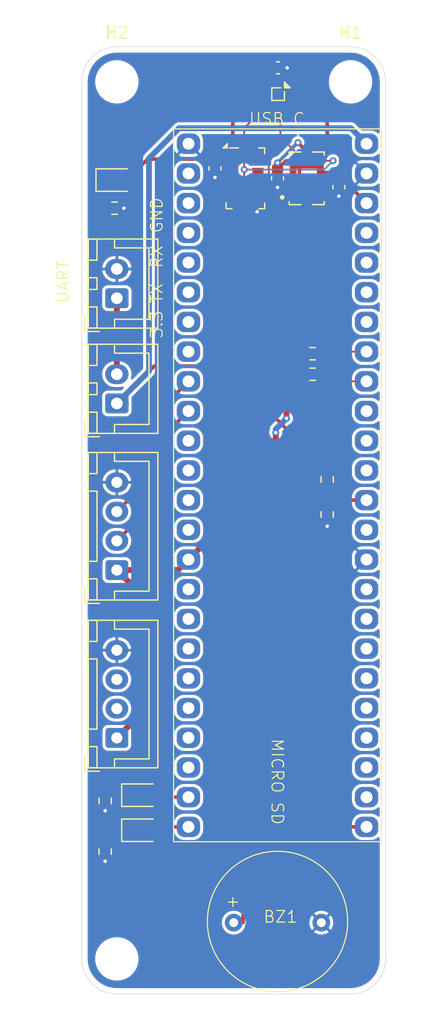
<source format=kicad_pcb>
(kicad_pcb (version 20241229) (generator "pcbnew") (generator_version "9.0")
  (layers (0 "F.Cu" signal) (2 "B.Cu" signal) (13 "F.Paste" user) (15 "B.Paste" user) (5 "F.SilkS" user "F.Silkscreen") (7 "B.SilkS" user "B.Silkscreen") (1 "F.Mask" user) (3 "B.Mask" user) (25 "Edge.Cuts" user))
  (net 0 "")
  (net 1 "GND")
  (net 2 "Net-(BZ1-+)")
  (net 3 "+3.3V")
  (net 4 "Net-(D1-A)")
  (net 5 "Net-(D1-K)")
  (net 6 "Net-(D2-A)")
  (net 7 "Net-(D2-K)")
  (net 8 "Net-(D3-K)")
  (net 9 "/V_BAT")
  (net 10 "Net-(J1-Pin_2)")
  (net 11 "/SCL")
  (net 12 "/SDA")
  (net 13 "/RX")
  (net 14 "/TX")
  (net 15 "Net-(Teensy4.1-A0)")
  (footprint "Resistor_SMD:R_0603_1608Metric" (layer "F.Cu") (at 106.75 65.249999 180)
    (property "Reference" "R1" (hide yes))
    (property "Value" "5k1")
    (fp_line (start -0.237258 0.5225) (end 0.237258 0.5225) (stroke (width 0.12)) (layer "F.SilkS"))
    (fp_line (start -0.237258 -0.5225) (end 0.237258 -0.5225) (stroke (width 0.12)) (layer "F.SilkS"))
    (pad "1" smd roundrect (at -0.825 0 180) (size 0.8 0.95) (layers "F.Cu" "F.Mask" "F.Paste") (net 11 "/SCL"))
    (pad "2" smd roundrect (at 0.825 0 180) (size 0.8 0.95) (layers "F.Cu" "F.Mask" "F.Paste") (net 3 "+3.3V"))
  )
  (footprint "Resistor_SMD:R_0603_1608Metric" (layer "F.Cu") (at 89 103.5 -90)
    (property "Reference" "R5" (hide yes))
    (property "Value" "560")
    (fp_line (start -0.237258 0.5225) (end 0.237258 0.5225) (stroke (width 0.12)) (layer "F.SilkS"))
    (fp_line (start -0.237258 -0.5225) (end 0.237258 -0.5225) (stroke (width 0.12)) (layer "F.SilkS"))
    (pad "1" smd roundrect (at -0.825 0 270) (size 0.8 0.95) (layers "F.Cu" "F.Mask" "F.Paste") (net 5 "Net-(D1-K)"))
    (pad "2" smd roundrect (at 0.825 0 270) (size 0.8 0.95) (layers "F.Cu" "F.Mask" "F.Paste") (net 1 "GND"))
  )
  (footprint "Capacitor_SMD:C_0603_1608Metric" (layer "F.Cu") (at 109 51 -90)
    (property "Reference" "C1" (hide yes))
    (property "Value" "100nF")
    (fp_line (start -0.140581 0.51) (end 0.140581 0.51) (stroke (width 0.12)) (layer "F.SilkS"))
    (fp_line (start -0.140581 -0.51) (end 0.140581 -0.51) (stroke (width 0.12)) (layer "F.SilkS"))
    (pad "1" smd roundrect (at -0.775 0 270) (size 0.9 0.95) (layers "F.Cu" "F.Mask" "F.Paste") (net 3 "+3.3V"))
    (pad "2" smd roundrect (at 0.775 0 270) (size 0.9 0.95) (layers "F.Cu" "F.Mask" "F.Paste") (net 1 "GND"))
  )
  (footprint "Connector_JST:JST_XH_B2B-XH-A_1x02_P2.50mm_Vertical" (layer "F.Cu") (at 90 60.5 90)
    (property "Reference" "J2" (hide yes))
    (property "Value" "BAT")
    (fp_line (start -1.6 -2.75) (end -2.85 -2.75) (stroke (width 0.12)) (layer "F.SilkS"))
    (fp_line (start -2.85 -2.75) (end -2.85 -1.5) (stroke (width 0.12)) (layer "F.SilkS"))
    (fp_line (start 5.06 -2.46) (end -2.56 -2.46) (stroke (width 0.12)) (layer "F.SilkS"))
    (fp_line (start -2.56 -2.46) (end -2.56 3.51) (stroke (width 0.12)) (layer "F.SilkS"))
    (fp_line (start 3.25 -2.450001) (end 3.250001 -1.7) (stroke (width 0.12)) (layer "F.SilkS"))
    (fp_line (start 0.75 -2.450001) (end 0.750001 -1.7) (stroke (width 0.12)) (layer "F.SilkS"))
    (fp_line (start -0.75 -2.450001) (end -2.55 -2.45) (stroke (width 0.12)) (layer "F.SilkS"))
    (fp_line (start 5.05 -2.45) (end 3.25 -2.450001) (stroke (width 0.12)) (layer "F.SilkS"))
    (fp_line (start 1.749999 -2.45) (end 0.75 -2.450001) (stroke (width 0.12)) (layer "F.SilkS"))
    (fp_line (start -2.55 -2.45) (end -2.55 -1.7) (stroke (width 0.12)) (layer "F.SilkS"))
    (fp_line (start 5.05 -1.7) (end 5.05 -2.45) (stroke (width 0.12)) (layer "F.SilkS"))
    (fp_line (start 3.250001 -1.7) (end 5.05 -1.7) (stroke (width 0.12)) (layer "F.SilkS"))
    (fp_line (start 1.749999 -1.7) (end 1.749999 -2.45) (stroke (width 0.12)) (layer "F.SilkS"))
    (fp_line (start 0.750001 -1.7) (end 1.749999 -1.7) (stroke (width 0.12)) (layer "F.SilkS"))
    (fp_line (start -0.750001 -1.7) (end -0.75 -2.450001) (stroke (width 0.12)) (layer "F.SilkS"))
    (fp_line (start -2.55 -1.7) (end -0.750001 -1.7) (stroke (width 0.12)) (layer "F.SilkS"))
    (fp_line (start 5.05 -0.2) (end 4.3 -0.2) (stroke (width 0.12)) (layer "F.SilkS"))
    (fp_line (start 4.3 -0.2) (end 4.3 2.75) (stroke (width 0.12)) (layer "F.SilkS"))
    (fp_line (start -1.8 -0.2) (end -1.8 2.75) (stroke (width 0.12)) (layer "F.SilkS"))
    (fp_line (start -2.55 -0.2) (end -1.8 -0.2) (stroke (width 0.12)) (layer "F.SilkS"))
    (fp_line (start 4.3 2.75) (end 1.25 2.75) (stroke (width 0.12)) (layer "F.SilkS"))
    (fp_line (start -1.8 2.75) (end 1.25 2.75) (stroke (width 0.12)) (layer "F.SilkS"))
    (fp_line (start 5.06 3.51) (end 5.06 -2.46) (stroke (width 0.12)) (layer "F.SilkS"))
    (fp_line (start -2.56 3.51) (end 5.06 3.51) (stroke (width 0.12)) (layer "F.SilkS"))
    (pad "1" thru_hole roundrect (at 0 0 90) (size 1.7 2) (drill 1) (layers "*.Cu" "*.Mask") (roundrect_rratio 0.147059) (net 10 "Net-(J1-Pin_2)"))
    (pad "2" thru_hole oval (at 2.5 0 90) (size 1.7 2) (drill 1) (layers "*.Cu" "*.Mask") (net 1 "GND"))
  )
  (footprint "Connector_JST:JST_XH_B4B-XH-A_1x04_P2.50mm_Vertical" (layer "F.Cu") (at 90 98.1 90)
    (property "Reference" "J3" (hide yes))
    (property "Value" "I2C")
    (fp_line (start -1.6 -2.75) (end -2.85 -2.75) (stroke (width 0.12)) (layer "F.SilkS"))
    (fp_line (start -2.85 -2.75) (end -2.85 -1.5) (stroke (width 0.12)) (layer "F.SilkS"))
    (fp_line (start 10.06 -2.46) (end -2.56 -2.46) (stroke (width 0.12)) (layer "F.SilkS"))
    (fp_line (start -2.56 -2.46) (end -2.56 3.51) (stroke (width 0.12)) (layer "F.SilkS"))
    (fp_line (start 8.25 -2.450001) (end 8.249999 -1.7) (stroke (width 0.12)) (layer "F.SilkS"))
    (fp_line (start 0.75 -2.450001) (end 0.750001 -1.7) (stroke (width 0.12)) (layer "F.SilkS"))
    (fp_line (start -0.75 -2.450001) (end -2.55 -2.45) (stroke (width 0.12)) (layer "F.SilkS"))
    (fp_line (start 10.05 -2.45) (end 8.25 -2.450001) (stroke (width 0.12)) (layer "F.SilkS"))
    (fp_line (start 6.75 -2.45) (end 0.75 -2.450001) (stroke (width 0.12)) (layer "F.SilkS"))
    (fp_line (start -2.55 -2.45) (end -2.55 -1.7) (stroke (width 0.12)) (layer "F.SilkS"))
    (fp_line (start 10.05 -1.7) (end 10.05 -2.45) (stroke (width 0.12)) (layer "F.SilkS"))
    (fp_line (start 8.249999 -1.7) (end 10.05 -1.7) (stroke (width 0.12)) (layer "F.SilkS"))
    (fp_line (start 6.75 -1.7) (end 6.75 -2.45) (stroke (width 0.12)) (layer "F.SilkS"))
    (fp_line (start 0.750001 -1.7) (end 6.75 -1.7) (stroke (width 0.12)) (layer "F.SilkS"))
    (fp_line (start -0.750001 -1.7) (end -0.75 -2.450001) (stroke (width 0.12)) (layer "F.SilkS"))
    (fp_line (start -2.55 -1.7) (end -0.750001 -1.7) (stroke (width 0.12)) (layer "F.SilkS"))
    (fp_line (start 10.05 -0.2) (end 9.3 -0.199999) (stroke (width 0.12)) (layer "F.SilkS"))
    (fp_line (start -1.8 -0.2) (end -1.8 2.75) (stroke (width 0.12)) (layer "F.SilkS"))
    (fp_line (start -2.55 -0.2) (end -1.8 -0.2) (stroke (width 0.12)) (layer "F.SilkS"))
    (fp_line (start 9.3 -0.199999) (end 9.3 2.75) (stroke (width 0.12)) (layer "F.SilkS"))
    (fp_line (start 9.3 2.75) (end 3.75 2.75) (stroke (width 0.12)) (layer "F.SilkS"))
    (fp_line (start -1.8 2.75) (end 3.75 2.75) (stroke (width 0.12)) (layer "F.SilkS"))
    (fp_line (start 10.06 3.51) (end 10.06 -2.46) (stroke (width 0.12)) (layer "F.SilkS"))
    (fp_line (start -2.56 3.51) (end 10.06 3.51) (stroke (width 0.12)) (layer "F.SilkS"))
    (pad "1" thru_hole roundrect (at 0 0 90) (size 1.7 1.95) (drill 0.95) (layers "*.Cu" "*.Mask") (roundrect_rratio 0.147059) (net 3 "+3.3V"))
    (pad "2" thru_hole oval (at 2.5 0 90) (size 1.7 1.95) (drill 0.95) (layers "*.Cu" "*.Mask") (net 12 "/SDA"))
    (pad "3" thru_hole oval (at 5 0 90) (size 1.7 1.95) (drill 0.95) (layers "*.Cu" "*.Mask") (net 11 "/SCL"))
    (pad "4" thru_hole oval (at 7.5 0 90) (size 1.7 1.95) (drill 0.95) (layers "*.Cu" "*.Mask") (net 1 "GND"))
  )
  (footprint "Resistor_SMD:R_0603_1608Metric" (layer "F.Cu") (at 89 107.825 -90)
    (property "Reference" "R6" (hide yes))
    (property "Value" "560")
    (fp_line (start -0.237258 0.5225) (end 0.237258 0.5225) (stroke (width 0.12)) (layer "F.SilkS"))
    (fp_line (start -0.237258 -0.5225) (end 0.237258 -0.5225) (stroke (width 0.12)) (layer "F.SilkS"))
    (pad "1" smd roundrect (at -0.825 0 270) (size 0.8 0.95) (layers "F.Cu" "F.Mask" "F.Paste") (net 7 "Net-(D2-K)"))
    (pad "2" smd roundrect (at 0.825 0 270) (size 0.8 0.95) (layers "F.Cu" "F.Mask" "F.Paste") (net 1 "GND"))
  )
  (footprint "Connector_JST:JST_XH_B2B-XH-A_1x02_P2.50mm_Vertical" (layer "F.Cu") (at 90 69.5 90)
    (property "Reference" "J1" (hide yes))
    (property "Value" "SW")
    (fp_line (start -1.6 -2.75) (end -2.85 -2.75) (stroke (width 0.12)) (layer "F.SilkS"))
    (fp_line (start -2.85 -2.75) (end -2.85 -1.5) (stroke (width 0.12)) (layer "F.SilkS"))
    (fp_line (start 5.06 -2.46) (end -2.56 -2.46) (stroke (width 0.12)) (layer "F.SilkS"))
    (fp_line (start -2.56 -2.46) (end -2.56 3.51) (stroke (width 0.12)) (layer "F.SilkS"))
    (fp_line (start 3.25 -2.450001) (end 3.250001 -1.7) (stroke (width 0.12)) (layer "F.SilkS"))
    (fp_line (start 0.75 -2.450001) (end 0.750001 -1.7) (stroke (width 0.12)) (layer "F.SilkS"))
    (fp_line (start -0.75 -2.450001) (end -2.55 -2.45) (stroke (width 0.12)) (layer "F.SilkS"))
    (fp_line (start 5.05 -2.45) (end 3.25 -2.450001) (stroke (width 0.12)) (layer "F.SilkS"))
    (fp_line (start 1.749999 -2.45) (end 0.75 -2.450001) (stroke (width 0.12)) (layer "F.SilkS"))
    (fp_line (start -2.55 -2.45) (end -2.55 -1.7) (stroke (width 0.12)) (layer "F.SilkS"))
    (fp_line (start 5.05 -1.7) (end 5.05 -2.45) (stroke (width 0.12)) (layer "F.SilkS"))
    (fp_line (start 3.250001 -1.7) (end 5.05 -1.7) (stroke (width 0.12)) (layer "F.SilkS"))
    (fp_line (start 1.749999 -1.7) (end 1.749999 -2.45) (stroke (width 0.12)) (layer "F.SilkS"))
    (fp_line (start 0.750001 -1.7) (end 1.749999 -1.7) (stroke (width 0.12)) (layer "F.SilkS"))
    (fp_line (start -0.750001 -1.7) (end -0.75 -2.450001) (stroke (width 0.12)) (layer "F.SilkS"))
    (fp_line (start -2.55 -1.7) (end -0.750001 -1.7) (stroke (width 0.12)) (layer "F.SilkS"))
    (fp_line (start 5.05 -0.2) (end 4.3 -0.2) (stroke (width 0.12)) (layer "F.SilkS"))
    (fp_line (start 4.3 -0.2) (end 4.3 2.75) (stroke (width 0.12)) (layer "F.SilkS"))
    (fp_line (start -1.8 -0.2) (end -1.8 2.75) (stroke (width 0.12)) (layer "F.SilkS"))
    (fp_line (start -2.55 -0.2) (end -1.8 -0.2) (stroke (width 0.12)) (layer "F.SilkS"))
    (fp_line (start 4.3 2.75) (end 1.25 2.75) (stroke (width 0.12)) (layer "F.SilkS"))
    (fp_line (start -1.8 2.75) (end 1.25 2.75) (stroke (width 0.12)) (layer "F.SilkS"))
    (fp_line (start 5.06 3.51) (end 5.06 -2.46) (stroke (width 0.12)) (layer "F.SilkS"))
    (fp_line (start -2.56 3.51) (end 5.06 3.51) (stroke (width 0.12)) (layer "F.SilkS"))
    (pad "1" thru_hole roundrect (at 0 0 90) (size 1.7 2) (drill 1) (layers "*.Cu" "*.Mask") (roundrect_rratio 0.147059) (net 9 "/V_BAT"))
    (pad "2" thru_hole oval (at 2.5 0 90) (size 1.7 2) (drill 1) (layers "*.Cu" "*.Mask") (net 10 "Net-(J1-Pin_2)"))
  )
  (footprint "LED_SMD:LED_0805_2012Metric" (layer "F.Cu") (at 92.1 106)
    (property "Reference" "D2" (hide yes))
    (property "Value" "SENS")
    (fp_line (start -1.685 -0.96) (end -1.685 0.96) (stroke (width 0.12)) (layer "F.SilkS"))
    (fp_line (start -1.685 0.96) (end 1 0.96) (stroke (width 0.12)) (layer "F.SilkS"))
    (fp_line (start 1 -0.96) (end -1.685 -0.96) (stroke (width 0.12)) (layer "F.SilkS"))
    (pad "1" smd roundrect (at -0.9375 0) (size 0.975 1.4) (layers "F.Cu" "F.Mask" "F.Paste") (net 7 "Net-(D2-K)"))
    (pad "2" smd roundrect (at 0.9375 0) (size 0.975 1.4) (layers "F.Cu" "F.Mask" "F.Paste") (net 6 "Net-(D2-A)"))
  )
  (footprint "BMI088:PQFN50P450X300X100-16N" (layer "F.Cu") (at 106.25 50.25 90)
    (property "Reference" "U1" (hide yes))
    (property "Value" "BMI088")
    (fp_line (start 2.25 -1.5) (end 2 -1.5) (stroke (width 0.127)) (layer "F.SilkS"))
    (fp_line (start -2.25 -1.5) (end -2 -1.5) (stroke (width 0.127)) (layer "F.SilkS"))
    (fp_line (start 2.25 -0.5) (end 2.25 -1.5) (stroke (width 0.127)) (layer "F.SilkS"))
    (fp_line (start -2.25 -0.5) (end -2.25 -1.5) (stroke (width 0.127)) (layer "F.SilkS"))
    (fp_line (start 2.25 0.5) (end 2.25 1.5) (stroke (width 0.127)) (layer "F.SilkS"))
    (fp_line (start 2.25 1.5) (end 2 1.5) (stroke (width 0.127)) (layer "F.SilkS"))
    (fp_line (start -2 1.5) (end -2.25 1.5) (stroke (width 0.127)) (layer "F.SilkS"))
    (fp_line (start -2.25 1.5) (end -2.25 0.5) (stroke (width 0.127)) (layer "F.SilkS"))
    (fp_circle (center -1.629 -2.1) (end -1.529 -2.1) (stroke (width 0.2)) (fill no) (layer "F.SilkS"))
    (pad "1" smd rect (at -1.5 -1.165 90) (size 0.35 0.59) (layers "F.Cu" "F.Mask" "F.Paste"))
    (pad "2" smd rect (at -1 -1.165 90) (size 0.35 0.59) (layers "F.Cu" "F.Mask" "F.Paste") (net 1 "GND"))
    (pad "3" smd rect (at -0.5 -1.165 90) (size 0.35 0.59) (layers "F.Cu" "F.Mask" "F.Paste") (net 3 "+3.3V"))
    (pad "4" smd rect (at 0 -1.164999 90) (size 0.35 0.59) (layers "F.Cu" "F.Mask" "F.Paste") (net 1 "GND"))
    (pad "5" smd rect (at 0.5 -1.165 90) (size 0.35 0.59) (layers "F.Cu" "F.Mask" "F.Paste"))
    (pad "6" smd rect (at 1 -1.165 90) (size 0.35 0.59) (layers "F.Cu" "F.Mask" "F.Paste") (net 1 "GND"))
    (pad "7" smd rect (at 1.5 -1.165 90) (size 0.35 0.59) (layers "F.Cu" "F.Mask" "F.Paste") (net 3 "+3.3V"))
    (pad "8" smd rect (at 1.914999 0 90) (size 0.59 0.35) (layers "F.Cu" "F.Mask" "F.Paste") (net 11 "/SCL"))
    (pad "9" smd rect (at 1.5 1.165 90) (size 0.35 0.59) (layers "F.Cu" "F.Mask" "F.Paste") (net 12 "/SDA"))
    (pad "10" smd rect (at 1 1.165 90) (size 0.35 0.59) (layers "F.Cu" "F.Mask" "F.Paste") (net 1 "GND"))
    (pad "11" smd rect (at 0.5 1.165 90) (size 0.35 0.59) (layers "F.Cu" "F.Mask" "F.Paste") (net 3 "+3.3V"))
    (pad "12" smd rect (at 0 1.164999 90) (size 0.35 0.59) (layers "F.Cu" "F.Mask" "F.Paste"))
    (pad "13" smd rect (at -0.5 1.165 90) (size 0.35 0.59) (layers "F.Cu" "F.Mask" "F.Paste"))
    (pad "14" smd rect (at -1 1.165 90) (size 0.35 0.59) (layers "F.Cu" "F.Mask" "F.Paste"))
    (pad "15" smd rect (at -1.5 1.165 90) (size 0.35 0.59) (layers "F.Cu" "F.Mask" "F.Paste") (net 1 "GND"))
    (pad "16" smd rect (at -1.914999 0 90) (size 0.59 0.35) (layers "F.Cu" "F.Mask" "F.Paste"))
  )
  (footprint "Resistor_SMD:R_0603_1608Metric" (layer "F.Cu") (at 108 79 -90)
    (property "Reference" "R4" (hide yes))
    (property "Value" "100k")
    (fp_line (start -0.237258 0.5225) (end 0.237258 0.5225) (stroke (width 0.12)) (layer "F.SilkS"))
    (fp_line (start -0.237258 -0.5225) (end 0.237258 -0.5225) (stroke (width 0.12)) (layer "F.SilkS"))
    (pad "1" smd roundrect (at -0.825 0 270) (size 0.8 0.95) (layers "F.Cu" "F.Mask" "F.Paste") (net 15 "Net-(Teensy4.1-A0)"))
    (pad "2" smd roundrect (at 0.825 0 270) (size 0.8 0.95) (layers "F.Cu" "F.Mask" "F.Paste") (net 1 "GND"))
  )
  (footprint "Capacitor_SMD:C_0603_1608Metric" (layer "F.Cu") (at 98.4 49.4 -90)
    (property "Reference" "C3" (hide yes))
    (property "Value" "100nF")
    (fp_line (start -0.140581 0.51) (end 0.140581 0.51) (stroke (width 0.12)) (layer "F.SilkS"))
    (fp_line (start -0.140581 -0.51) (end 0.140581 -0.51) (stroke (width 0.12)) (layer "F.SilkS"))
    (pad "1" smd roundrect (at -0.775 0 270) (size 0.9 0.95) (layers "F.Cu" "F.Mask" "F.Paste") (net 3 "+3.3V"))
    (pad "2" smd roundrect (at 0.775 0 270) (size 0.9 0.95) (layers "F.Cu" "F.Mask" "F.Paste") (net 1 "GND"))
  )
  (footprint "LED_SMD:LED_0805_2012Metric" (layer "F.Cu") (at 92.1 103)
    (property "Reference" "D1" (hide yes))
    (property "Value" "GPS")
    (fp_line (start -1.685 -0.96) (end -1.685 0.96) (stroke (width 0.12)) (layer "F.SilkS"))
    (fp_line (start -1.685 0.96) (end 1 0.96) (stroke (width 0.12)) (layer "F.SilkS"))
    (fp_line (start 1 -0.96) (end -1.685 -0.96) (stroke (width 0.12)) (layer "F.SilkS"))
    (pad "1" smd roundrect (at -0.9375 0) (size 0.975 1.4) (layers "F.Cu" "F.Mask" "F.Paste") (net 5 "Net-(D1-K)"))
    (pad "2" smd roundrect (at 0.9375 0) (size 0.975 1.4) (layers "F.Cu" "F.Mask" "F.Paste") (net 4 "Net-(D1-A)"))
  )
  (footprint "footprint:teensy" (layer "F.Cu") (at 103.75 76.5)
    (property "Reference" "Teensy4.1" (hide yes))
    (property "Value" "~")
    (fp_line (start -8.89 -1.27) (end -8.89 -30.48) (stroke (width 0.1)) (layer "F.SilkS"))
    (fp_line (start -8.89 -1.27) (end -8.89 0) (stroke (width 0.1)) (layer "F.SilkS"))
    (fp_line (start -8.89 0) (end -8.89 30.48) (stroke (width 0.1)) (layer "F.SilkS"))
    (fp_line (start -8.89 30.48) (end 8.89 30.48) (stroke (width 0.1)) (layer "F.SilkS"))
    (fp_line (start 8.89 -30.48) (end -8.89 -30.48) (stroke (width 0.1)) (layer "F.SilkS"))
    (fp_line (start 8.89 -30.48) (end 8.89 -2.54) (stroke (width 0.1)) (layer "F.SilkS"))
    (fp_line (start 8.89 30.48) (end 8.89 -2.54) (stroke (width 0.1)) (layer "F.SilkS"))
    (fp_text user "MICRO SD" (at -0.6 21.59 270) (layer "F.SilkS") (effects (font (thickness 0.1)) (justify left bottom)))
    (fp_text user "USB C" (at -2.5 -30.75 0) (layer "F.SilkS") (effects (font (thickness 0.1)) (justify left bottom)))
    (pad "0" thru_hole roundrect (at -7.62 -26.67) (size 2 1.75) (drill 1.02) (layers "*.Cu" "*.Mask") (roundrect_rratio 0.375))
    (pad "1" thru_hole roundrect (at -7.62 -24.13) (size 2 1.75) (drill 1.02) (layers "*.Cu" "*.Mask") (roundrect_rratio 0.375))
    (pad "2" thru_hole roundrect (at -7.62 -21.59) (size 2 1.75) (drill 1.02) (layers "*.Cu" "*.Mask") (roundrect_rratio 0.375))
    (pad "3" thru_hole roundrect (at -7.62 -19.05) (size 2 1.75) (drill 1.02) (layers "*.Cu" "*.Mask") (roundrect_rratio 0.375))
    (pad "3V" thru_hole roundrect (at -7.62 6.35) (size 2 1.75) (drill 1.02) (layers "*.Cu" "*.Mask") (roundrect_rratio 0.375) (net 3 "+3.3V"))
    (pad "3V1" thru_hole roundrect (at 7.62 -24.13) (size 2 1.75) (drill 1.02) (layers "*.Cu" "*.Mask") (roundrect_rratio 0.375) (net 3 "+3.3V"))
    (pad "4" thru_hole roundrect (at -7.62 -16.51) (size 2 1.75) (drill 1.02) (layers "*.Cu" "*.Mask") (roundrect_rratio 0.375))
    (pad "5" thru_hole roundrect (at -7.62 -13.97) (size 2 1.75) (drill 1.02) (layers "*.Cu" "*.Mask") (roundrect_rratio 0.375))
    (pad "5V" thru_hole roundrect (at 7.62 -29.21) (size 2 1.75) (drill 1.02) (layers "*.Cu" "*.Mask") (roundrect_rratio 0.375) (net 9 "/V_BAT"))
    (pad "6" thru_hole roundrect (at -7.62 -11.43) (size 2 1.75) (drill 1.02) (layers "*.Cu" "*.Mask") (roundrect_rratio 0.375))
    (pad "7" thru_hole roundrect (at -7.62 -8.89) (size 2 1.75) (drill 1.02) (layers "*.Cu" "*.Mask") (roundrect_rratio 0.375) (net 13 "/RX"))
    (pad "8" thru_hole roundrect (at -7.62 -6.35) (size 2 1.75) (drill 1.02) (layers "*.Cu" "*.Mask") (roundrect_rratio 0.375) (net 14 "/TX"))
    (pad "9" thru_hole roundrect (at -7.62 -3.81) (size 2 1.75) (drill 1.02) (layers "*.Cu" "*.Mask") (roundrect_rratio 0.375))
    (pad "10" thru_hole roundrect (at -7.62 -1.27) (size 2 1.75) (drill 1.02) (layers "*.Cu" "*.Mask") (roundrect_rratio 0.375))
    (pad "11" thru_hole roundrect (at -7.62 1.27) (size 2 1.75) (drill 1.02) (layers "*.Cu" "*.Mask") (roundrect_rratio 0.375))
    (pad "12" thru_hole roundrect (at -7.62 3.81) (size 2 1.75) (drill 1.02) (layers "*.Cu" "*.Mask") (roundrect_rratio 0.375))
    (pad "13" thru_hole roundrect (at 7.62 3.81) (size 2 1.75) (drill 1.02) (layers "*.Cu" "*.Mask") (roundrect_rratio 0.375))
    (pad "14" thru_hole roundrect (at 7.62 1.27) (size 2 1.75) (drill 1.02) (layers "*.Cu" "*.Mask") (roundrect_rratio 0.375) (net 15 "Net-(Teensy4.1-A0)"))
    (pad "15" thru_hole roundrect (at 7.62 -1.27) (size 2 1.75) (drill 1.02) (layers "*.Cu" "*.Mask") (roundrect_rratio 0.375))
    (pad "16" thru_hole roundrect (at 7.62 -3.81) (size 2 1.75) (drill 1.02) (layers "*.Cu" "*.Mask") (roundrect_rratio 0.375))
    (pad "17" thru_hole roundrect (at 7.62 -6.35) (size 2 1.75) (drill 1.02) (layers "*.Cu" "*.Mask") (roundrect_rratio 0.375))
    (pad "18" thru_hole roundrect (at 7.62 -8.89) (size 2 1.75) (drill 1.02) (layers "*.Cu" "*.Mask") (roundrect_rratio 0.375) (net 12 "/SDA"))
    (pad "19" thru_hole roundrect (at 7.62 -11.43) (size 2 1.75) (drill 1.02) (layers "*.Cu" "*.Mask") (roundrect_rratio 0.375) (net 11 "/SCL"))
    (pad "20" thru_hole roundrect (at 7.62 -13.97) (size 2 1.75) (drill 1.02) (layers "*.Cu" "*.Mask") (roundrect_rratio 0.375))
    (pad "21" thru_hole roundrect (at 7.62 -16.51) (size 2 1.75) (drill 1.02) (layers "*.Cu" "*.Mask") (roundrect_rratio 0.375))
    (pad "22" thru_hole roundrect (at 7.62 -19.05) (size 2 1.75) (drill 1.02) (layers "*.Cu" "*.Mask") (roundrect_rratio 0.375))
    (pad "23" thru_hole roundrect (at 7.62 -21.59) (size 2 1.75) (drill 1.02) (layers "*.Cu" "*.Mask") (roundrect_rratio 0.375))
    (pad "24" thru_hole roundrect (at -7.62 8.89) (size 2 1.75) (drill 1.02) (layers "*.Cu" "*.Mask") (roundrect_rratio 0.375))
    (pad "25" thru_hole roundrect (at -7.62 11.43) (size 2 1.75) (drill 1.02) (layers "*.Cu" "*.Mask") (roundrect_rratio 0.375))
    (pad "26" thru_hole roundrect (at -7.62 13.97) (size 2 1.75) (drill 1.02) (layers "*.Cu" "*.Mask") (roundrect_rratio 0.375))
    (pad "27" thru_hole roundrect (at -7.62 16.51) (size 2 1.75) (drill 1.02) (layers "*.Cu" "*.Mask") (roundrect_rratio 0.375))
    (pad "28" thru_hole roundrect (at -7.62 19.05) (size 2 1.75) (drill 1.02) (layers "*.Cu" "*.Mask") (roundrect_rratio 0.375))
    (pad "29" thru_hole roundrect (at -7.62 21.59) (size 2 1.75) (drill 1.02) (layers "*.Cu" "*.Mask") (roundrect_rratio 0.375))
    (pad "30" thru_hole roundrect (at -7.62 24.13) (size 2 1.75) (drill 1.02) (layers "*.Cu" "*.Mask") (roundrect_rratio 0.375))
    (pad "31" thru_hole roundrect (at -7.62 26.67) (size 2 1.75) (drill 1.02) (layers "*.Cu" "*.Mask") (roundrect_rratio 0.375) (net 4 "Net-(D1-A)"))
    (pad "32" thru_hole roundrect (at -7.62 29.21) (size 2 1.75) (drill 1.02) (layers "*.Cu" "*.Mask") (roundrect_rratio 0.375) (net 6 "Net-(D2-A)"))
    (pad "33" thru_hole roundrect (at 7.62 29.21) (size 2 1.75) (drill 1.02) (layers "*.Cu" "*.Mask") (roundrect_rratio 0.375) (net 2 "Net-(BZ1-+)"))
    (pad "34" thru_hole roundrect (at 7.62 26.67) (size 2 1.75) (drill 1.02) (layers "*.Cu" "*.Mask") (roundrect_rratio 0.375))
    (pad "35" thru_hole roundrect (at 7.62 24.13) (size 2 1.75) (drill 1.02) (layers "*.Cu" "*.Mask") (roundrect_rratio 0.375))
    (pad "36" thru_hole roundrect (at 7.62 21.59) (size 2 1.75) (drill 1.02) (layers "*.Cu" "*.Mask") (roundrect_rratio 0.375))
    (pad "37" thru_hole roundrect (at 7.62 19.05) (size 2 1.75) (drill 1.02) (layers "*.Cu" "*.Mask") (roundrect_rratio 0.375))
    (pad "38" thru_hole roundrect (at 7.62 16.51) (size 2 1.75) (drill 1.02) (layers "*.Cu" "*.Mask") (roundrect_rratio 0.375))
    (pad "39" thru_hole roundrect (at 7.62 13.97) (size 2 1.75) (drill 1.02) (layers "*.Cu" "*.Mask") (roundrect_rratio 0.375))
    (pad "40" thru_hole roundrect (at 7.62 11.43) (size 2 1.75) (drill 1.02) (layers "*.Cu" "*.Mask") (roundrect_rratio 0.375))
    (pad "41" thru_hole roundrect (at 7.62 8.89) (size 2 1.75) (drill 1.02) (layers "*.Cu" "*.Mask") (roundrect_rratio 0.375))
    (pad "G" thru_hole roundrect (at -7.62 -29.21) (size 2 1.75) (drill 1.02) (layers "*.Cu" "*.Mask") (roundrect_rratio 0.375) (net 1 "GND"))
    (pad "G1" thru_hole roundrect (at 7.62 -26.67) (size 2 1.75) (drill 1.02) (layers "*.Cu" "*.Mask") (roundrect_rratio 0.375) (net 1 "GND"))
    (pad "G2" thru_hole roundrect (at 7.62 6.35) (size 2 1.75) (drill 1.02) (layers "*.Cu" "*.Mask") (roundrect_rratio 0.375) (net 1 "GND"))
  )
  (footprint "MountingHole:MountingHole_3.2mm_M3" (layer "F.Cu") (at 110 42)
    (property "Reference" "H1" (at 0 -4.2 0) (layer "F.SilkS"))
    (property "Value" "MountingHole")
    (pad "" np_thru_hole circle (at 0 0) (size 3.2 3.2) (drill 3.2) (layers "*.Cu" "*.Mask"))
  )
  (footprint "MountingHole:MountingHole_3.2mm_M3" (layer "F.Cu") (at 90 42)
    (property "Reference" "H2" (at 0 -4.2 0) (layer "F.SilkS"))
    (property "Value" "MountingHole")
    (pad "" np_thru_hole circle (at 0 0) (size 3.2 3.2) (drill 3.2) (layers "*.Cu" "*.Mask"))
  )
  (footprint "LED_SMD:LED_0805_2012Metric" (layer "F.Cu") (at 89.9 50.4)
    (property "Reference" "D3" (hide yes))
    (property "Value" "PWR")
    (fp_line (start -1.685 -0.96) (end -1.685 0.96) (stroke (width 0.12)) (layer "F.SilkS"))
    (fp_line (start -1.685 0.96) (end 1 0.96) (stroke (width 0.12)) (layer "F.SilkS"))
    (fp_line (start 1 -0.96) (end -1.685 -0.96) (stroke (width 0.12)) (layer "F.SilkS"))
    (pad "1" smd roundrect (at -0.9375 0) (size 0.975 1.4) (layers "F.Cu" "F.Mask" "F.Paste") (net 8 "Net-(D3-K)"))
    (pad "2" smd roundrect (at 0.9375 0) (size 0.975 1.4) (layers "F.Cu" "F.Mask" "F.Paste") (net 3 "+3.3V"))
  )
  (footprint "Capacitor_SMD:C_0603_1608Metric" (layer "F.Cu") (at 103.75 50.25 -90)
    (property "Reference" "C2" (hide yes))
    (property "Value" "100nF")
    (fp_line (start -0.140581 0.51) (end 0.140581 0.51) (stroke (width 0.12)) (layer "F.SilkS"))
    (fp_line (start -0.140581 -0.51) (end 0.140581 -0.51) (stroke (width 0.12)) (layer "F.SilkS"))
    (pad "1" smd roundrect (at -0.775 0 270) (size 0.9 0.95) (layers "F.Cu" "F.Mask" "F.Paste") (net 3 "+3.3V"))
    (pad "2" smd roundrect (at 0.775 0 270) (size 0.9 0.95) (layers "F.Cu" "F.Mask" "F.Paste") (net 1 "GND"))
  )
  (footprint "Package_BGA:WLP-4_0.86x0.86mm_P0.4mm" (layer "F.Cu") (at 103.8 43.05 -90)
    (property "Reference" "U3" (hide yes))
    (property "Value" "MMC5633NJL")
    (fp_line (start -0.54 0.54) (end 0.54 0.54) (stroke (width 0.12)) (layer "F.SilkS"))
    (fp_line (start 0.54 0.54) (end 0.54 -0.54) (stroke (width 0.12)) (layer "F.SilkS"))
    (fp_line (start -0.54 -0.22) (end -0.54 0.54) (stroke (width 0.12)) (layer "F.SilkS"))
    (fp_line (start -0.22 -0.54) (end 0.54 -0.54) (stroke (width 0.12)) (layer "F.SilkS"))
    (fp_poly (pts (xy -0.54 -0.54) (xy -1.04 -0.54) (xy -0.54 -1.04) (xy -0.54 -0.54)) (stroke (width 0.12)) (fill yes) (layer "F.SilkS"))
    (pad "A1" smd circle (at -0.2 -0.2 270) (size 0.25 0.25) (property pad_prop_bga) (layers "F.Cu" "F.Mask" "F.Paste") (net 1 "GND"))
    (pad "A2" smd circle (at 0.2 -0.2 270) (size 0.25 0.25) (property pad_prop_bga) (layers "F.Cu" "F.Mask" "F.Paste") (net 11 "/SCL"))
    (pad "B1" smd circle (at -0.2 0.2 270) (size 0.25 0.25) (property pad_prop_bga) (layers "F.Cu" "F.Mask" "F.Paste") (net 3 "+3.3V"))
    (pad "B2" smd circle (at 0.2 0.2 270) (size 0.25 0.25) (property pad_prop_bga) (layers "F.Cu" "F.Mask" "F.Paste") (net 12 "/SDA"))
  )
  (footprint "MountingHole:MountingHole_3.2mm_M3" (layer "F.Cu") (at 90 117)
    (property "Reference" "H4" (hide yes))
    (property "Value" "MountingHole")
    (pad "" np_thru_hole circle (at 0 0) (size 3.2 3.2) (drill 3.2) (layers "*.Cu" "*.Mask"))
  )
  (footprint "Avionics:Adafruit_Buzzer" (layer "F.Cu") (at 104 113.9)
    (property "Reference" "BZ1" (at 0 -0.5 0) (layer "F.SilkS") (effects (font (thickness 0.1))))
    (property "Value" "Buzzer")
    (fp_circle (center -0.25 -0.1) (end 5.75 -0.25) (stroke (width 0.1)) (fill no) (layer "F.SilkS"))
    (fp_text user "+" (at -4.75 -1.25 0) (layer "F.SilkS") (effects (font (thickness 0.1)) (justify left bottom)))
    (pad "1" thru_hole circle (at -4 0) (size 1.524 1.524) (drill 0.762) (layers "*.Cu" "*.Mask") (net 2 "Net-(BZ1-+)"))
    (pad "2" thru_hole circle (at 3.5 0) (size 1.524 1.524) (drill 0.762) (layers "*.Cu" "*.Mask") (net 1 "GND"))
  )
  (footprint "Connector_JST:JST_XH_B4B-XH-A_1x04_P2.50mm_Vertical" (layer "F.Cu") (at 90 83.75 90)
    (property "Reference" "J4" (hide yes))
    (property "Value" "UART")
    (fp_line (start -1.6 -2.75) (end -2.85 -2.75) (stroke (width 0.12)) (layer "F.SilkS"))
    (fp_line (start -2.85 -2.75) (end -2.85 -1.5) (stroke (width 0.12)) (layer "F.SilkS"))
    (fp_line (start 10.06 -2.46) (end -2.56 -2.46) (stroke (width 0.12)) (layer "F.SilkS"))
    (fp_line (start -2.56 -2.46) (end -2.56 3.51) (stroke (width 0.12)) (layer "F.SilkS"))
    (fp_line (start 8.25 -2.450001) (end 8.249999 -1.7) (stroke (width 0.12)) (layer "F.SilkS"))
    (fp_line (start 0.75 -2.450001) (end 0.750001 -1.7) (stroke (width 0.12)) (layer "F.SilkS"))
    (fp_line (start -0.75 -2.450001) (end -2.55 -2.45) (stroke (width 0.12)) (layer "F.SilkS"))
    (fp_line (start 10.05 -2.45) (end 8.25 -2.450001) (stroke (width 0.12)) (layer "F.SilkS"))
    (fp_line (start 6.75 -2.45) (end 0.75 -2.450001) (stroke (width 0.12)) (layer "F.SilkS"))
    (fp_line (start -2.55 -2.45) (end -2.55 -1.7) (stroke (width 0.12)) (layer "F.SilkS"))
    (fp_line (start 10.05 -1.7) (end 10.05 -2.45) (stroke (width 0.12)) (layer "F.SilkS"))
    (fp_line (start 8.249999 -1.7) (end 10.05 -1.7) (stroke (width 0.12)) (layer "F.SilkS"))
    (fp_line (start 6.75 -1.7) (end 6.75 -2.45) (stroke (width 0.12)) (layer "F.SilkS"))
    (fp_line (start 0.750001 -1.7) (end 6.75 -1.7) (stroke (width 0.12)) (layer "F.SilkS"))
    (fp_line (start -0.750001 -1.7) (end -0.75 -2.450001) (stroke (width 0.12)) (layer "F.SilkS"))
    (fp_line (start -2.55 -1.7) (end -0.750001 -1.7) (stroke (width 0.12)) (layer "F.SilkS"))
    (fp_line (start 10.05 -0.2) (end 9.3 -0.199999) (stroke (width 0.12)) (layer "F.SilkS"))
    (fp_line (start -1.8 -0.2) (end -1.8 2.75) (stroke (width 0.12)) (layer "F.SilkS"))
    (fp_line (start -2.55 -0.2) (end -1.8 -0.2) (stroke (width 0.12)) (layer "F.SilkS"))
    (fp_line (start 9.3 -0.199999) (end 9.3 2.75) (stroke (width 0.12)) (layer "F.SilkS"))
    (fp_line (start 9.3 2.75) (end 3.75 2.75) (stroke (width 0.12)) (layer "F.SilkS"))
    (fp_line (start -1.8 2.75) (end 3.75 2.75) (stroke (width 0.12)) (layer "F.SilkS"))
    (fp_line (start 10.06 3.51) (end 10.06 -2.46) (stroke (width 0.12)) (layer "F.SilkS"))
    (fp_line (start -2.56 3.51) (end 10.06 3.51) (stroke (width 0.12)) (layer "F.SilkS"))
    (pad "1" thru_hole roundrect (at 0 0 90) (size 1.7 1.95) (drill 0.95) (layers "*.Cu" "*.Mask") (roundrect_rratio 0.147059) (net 3 "+3.3V"))
    (pad "2" thru_hole oval (at 2.5 0 90) (size 1.7 1.95) (drill 0.95) (layers "*.Cu" "*.Mask") (net 14 "/TX"))
    (pad "3" thru_hole oval (at 5 0 90) (size 1.7 1.95) (drill 0.95) (layers "*.Cu" "*.Mask") (net 13 "/RX"))
    (pad "4" thru_hole oval (at 7.5 0 90) (size 1.7 1.95) (drill 0.95) (layers "*.Cu" "*.Mask") (net 1 "GND"))
  )
  (footprint "Resistor_SMD:R_0603_1608Metric" (layer "F.Cu") (at 106.75 67 180)
    (property "Reference" "R2" (hide yes))
    (property "Value" "5k1")
    (fp_line (start -0.237258 0.5225) (end 0.237258 0.5225) (stroke (width 0.12)) (layer "F.SilkS"))
    (fp_line (start -0.237258 -0.5225) (end 0.237258 -0.5225) (stroke (width 0.12)) (layer "F.SilkS"))
    (pad "1" smd roundrect (at -0.825 0 180) (size 0.8 0.95) (layers "F.Cu" "F.Mask" "F.Paste") (net 12 "/SDA"))
    (pad "2" smd roundrect (at 0.825 0 180) (size 0.8 0.95) (layers "F.Cu" "F.Mask" "F.Paste") (net 3 "+3.3V"))
  )
  (footprint "Package_LGA:LGA-8_3x5mm_P1.25mm" (layer "F.Cu") (at 101 50.25)
    (property "Reference" "U2" (hide yes))
    (property "Value" "MS5611-01BA")
    (fp_line (start -1.65 2.6) (end -1.65 2.1) (stroke (width 0.12)) (layer "F.SilkS"))
    (fp_line (start -1.35 -2.6) (end -0.6 -2.600001) (stroke (width 0.12)) (layer "F.SilkS"))
    (fp_line (start -1.15 2.6) (end -1.65 2.6) (stroke (width 0.12)) (layer "F.SilkS"))
    (fp_line (start 1.15 -2.6) (end 1.65 -2.6) (stroke (width 0.12)) (layer "F.SilkS"))
    (fp_line (start 1.65 -2.6) (end 1.65 -2.1) (stroke (width 0.12)) (layer "F.SilkS"))
    (fp_line (start 1.65 2.1) (end 1.65 2.6) (stroke (width 0.12)) (layer "F.SilkS"))
    (fp_line (start 1.65 2.6) (end 1.15 2.6) (stroke (width 0.12)) (layer "F.SilkS"))
    (fp_poly (pts (xy -1.55 -2.6) (xy -1.91 -2.600001) (xy -1.55 -2.960001) (xy -1.55 -2.6)) (stroke (width 0.12)) (fill yes) (layer "F.SilkS"))
    (pad "1" smd rect (at -1.075 -1.875) (size 0.95 0.55) (layers "F.Cu" "F.Mask" "F.Paste") (net 3 "+3.3V"))
    (pad "2" smd rect (at -1.075 -0.625) (size 0.95 0.55) (layers "F.Cu" "F.Mask" "F.Paste") (net 3 "+3.3V"))
    (pad "3" smd rect (at -1.075 0.625) (size 0.95 0.55) (layers "F.Cu" "F.Mask" "F.Paste") (net 1 "GND"))
    (pad "4" smd rect (at -1.075 1.875) (size 0.95 0.55) (layers "F.Cu" "F.Mask" "F.Paste") (net 1 "GND"))
    (pad "5" smd rect (at 1.075 1.875) (size 0.95 0.55) (layers "F.Cu" "F.Mask" "F.Paste") (net 1 "GND"))
    (pad "6" smd rect (at 1.075 0.625) (size 0.95 0.55) (layers "F.Cu" "F.Mask" "F.Paste"))
    (pad "7" smd rect (at 1.075 -0.625) (size 0.95 0.55) (layers "F.Cu" "F.Mask" "F.Paste") (net 12 "/SDA"))
    (pad "8" smd rect (at 1.075 -1.875) (size 0.95 0.55) (layers "F.Cu" "F.Mask" "F.Paste") (net 11 "/SCL"))
  )
  (footprint "Resistor_SMD:R_0603_1608Metric" (layer "F.Cu") (at 108 76 90)
    (property "Reference" "R3" (hide yes))
    (property "Value" "78k7")
    (fp_line (start -0.237258 -0.5225) (end 0.237258 -0.5225) (stroke (width 0.12)) (layer "F.SilkS"))
    (fp_line (start -0.237258 0.5225) (end 0.237258 0.5225) (stroke (width 0.12)) (layer "F.SilkS"))
    (pad "1" smd roundrect (at -0.825 0 90) (size 0.8 0.95) (layers "F.Cu" "F.Mask" "F.Paste") (net 15 "Net-(Teensy4.1-A0)"))
    (pad "2" smd roundrect (at 0.825 0 90) (size 0.8 0.95) (layers "F.Cu" "F.Mask" "F.Paste") (net 9 "/V_BAT"))
  )
  (footprint "Resistor_SMD:R_0603_1608Metric" (layer "F.Cu") (at 89.8 52.8)
    (property "Reference" "R7" (hide yes))
    (property "Value" "560")
    (fp_line (start -0.237258 -0.5225) (end 0.237258 -0.5225) (stroke (width 0.12)) (layer "F.SilkS"))
    (fp_line (start -0.237258 0.5225) (end 0.237258 0.5225) (stroke (width 0.12)) (layer "F.SilkS"))
    (pad "1" smd roundrect (at -0.825 0) (size 0.8 0.95) (layers "F.Cu" "F.Mask" "F.Paste") (net 8 "Net-(D3-K)"))
    (pad "2" smd roundrect (at 0.825 0) (size 0.8 0.95) (layers "F.Cu" "F.Mask" "F.Paste") (net 1 "GND"))
  )
  (footprint "Capacitor_SMD:C_0603_1608Metric" (layer "F.Cu") (at 103.8 40.8)
    (property "Reference" "C4" (hide yes))
    (property "Value" "100nF")
    (fp_line (start -0.140581 -0.51) (end 0.140581 -0.51) (stroke (width 0.12)) (layer "F.SilkS"))
    (fp_line (start -0.140581 0.51) (end 0.140581 0.51) (stroke (width 0.12)) (layer "F.SilkS"))
    (pad "1" smd roundrect (at -0.775 0) (size 0.9 0.95) (layers "F.Cu" "F.Mask" "F.Paste") (net 3 "+3.3V"))
    (pad "2" smd roundrect (at 0.775 0) (size 0.9 0.95) (layers "F.Cu" "F.Mask" "F.Paste") (net 1 "GND"))
  )
  (gr_arc (start 113 117) (mid 112.12132 119.12132) (end 110 120) (stroke (width 0.05)) (layer "Edge.Cuts"))
  (gr_line (start 113 42) (end 113 117) (stroke (width 0.05)) (layer "Edge.Cuts"))
  (gr_arc (start 90 120) (mid 87.87868 119.12132) (end 87 117) (stroke (width 0.05)) (layer "Edge.Cuts"))
  (gr_line (start 110 120) (end 90 120) (stroke (width 0.05)) (layer "Edge.Cuts"))
  (gr_arc (start 110 39) (mid 112.12132 39.87868) (end 113 42) (stroke (width 0.05)) (layer "Edge.Cuts"))
  (gr_arc (start 87 42) (mid 87.87868 39.87868) (end 90 39) (stroke (width 0.05)) (layer "Edge.Cuts"))
  (gr_line (start 90 39) (end 110 39) (stroke (width 0.05)) (layer "Edge.Cuts"))
  (gr_line (start 87 117) (end 87 42) (stroke (width 0.05)) (layer "Edge.Cuts"))
  (gr_text "UART" (at 86 61 90) (layer "F.SilkS") (effects (font (size 1 1) (thickness 0.1)) (justify left bottom)))
  (gr_text "3.3" (at 94 64 90) (layer "F.SilkS") (effects (font (size 1 1) (thickness 0.1)) (justify left bottom)))
  (gr_text "RX" (at 94 58 90) (layer "F.SilkS") (effects (font (size 1 1) (thickness 0.1)) (justify left bottom)))
  (gr_text "GND" (at 94 55 90) (layer "F.SilkS") (effects (font (size 1 1) (thickness 0.1)) (justify left bottom)))
  (gr_text "TX" (at 94 61 90) (layer "F.SilkS") (effects (font (size 1 1) (thickness 0.1)) (justify left bottom)))
  (segment (start 105.631 50.176) (end 105.557 50.25) (width 0.3) (layer "F.Cu") (net 1))
  (segment (start 108.975 51.75) (end 109 51.775) (width 0.3) (layer "F.Cu") (net 1))
  (segment (start 99.925 50.875) (end 99.925 52.125) (width 0.3) (layer "F.Cu") (net 1))
  (segment (start 105.631 49.324) (end 105.631 50.176) (width 0.3) (layer "F.Cu") (net 1))
  (segment (start 105.557 50.25) (end 105.085001 50.25) (width 0.3) (layer "F.Cu") (net 1))
  (segment (start 107.415 49.25) (end 105.085 49.25) (width 0.3) (layer "F.Cu") (net 1))
  (segment (start 107.415 51.75) (end 108.975 51.75) (width 0.3) (layer "F.Cu") (net 1))
  (segment (start 105.557 51.25) (end 105.085 51.25) (width 0.3) (layer "F.Cu") (net 1))
  (segment (start 105.557 49.25) (end 105.631 49.324) (width 0.3) (layer "F.Cu") (net 1))
  (segment (start 105.085 49.25) (end 105.557 49.25) (width 0.3) (layer "F.Cu") (net 1))
  (segment (start 104.575 42.275) (end 104.575 40.8) (width 0.15) (layer "F.Cu") (net 1))
  (segment (start 105.631 50.176) (end 105.631 51.176) (width 0.3) (layer "F.Cu") (net 1))
  (segment (start 102.075 52.125) (end 102.075 53.025) (width 0.3) (layer "F.Cu") (net 1))
  (segment (start 99.225 50.175) (end 99.925 50.875) (width 0.3) (layer "F.Cu") (net 1))
  (segment (start 90.625 52.8) (end 90.6 52.8) (width 0.3) (layer "F.Cu") (net 1))
  (segment (start 102.075 53.025) (end 102 53.1) (width 0.3) (layer "F.Cu") (net 1))
  (segment (start 104 42.85) (end 104.575 42.275) (width 0.15) (layer "F.Cu") (net 1))
  (segment (start 108 79.825) (end 108 80) (width 0.3) (layer "F.Cu") (net 1))
  (segment (start 105.085 51.25) (end 103.975 51.25) (width 0.3) (layer "F.Cu") (net 1))
  (segment (start 105.631 51.176) (end 105.557 51.25) (width 0.3) (layer "F.Cu") (net 1))
  (segment (start 98.4 50.175) (end 99.225 50.175) (width 0.3) (layer "F.Cu") (net 1))
  (segment (start 103.975 51.25) (end 103.75 51.025) (width 0.3) (layer "F.Cu") (net 1))
  (via (at 102 53.1) (size 0.6) (drill 0.3) (layers "F.Cu" "B.Cu") (net 1))
  (via (at 89 108.65) (size 0.6) (drill 0.3) (layers "F.Cu" "B.Cu") (net 1))
  (via (at 98.4 50.175) (size 0.6) (drill 0.3) (layers "F.Cu" "B.Cu") (net 1))
  (via (at 108 80) (size 0.6) (drill 0.3) (layers "F.Cu" "B.Cu") (net 1))
  (via (at 90.6 52.8) (size 0.6) (drill 0.3) (layers "F.Cu" "B.Cu") (net 1))
  (via (at 109 51.775) (size 0.6) (drill 0.3) (layers "F.Cu" "B.Cu") (net 1))
  (via (at 104.575 40.8) (size 0.6) (drill 0.3) (layers "F.Cu" "B.Cu") (net 1))
  (via (at 103.75 51.025) (size 0.6) (drill 0.3) (layers "F.Cu" "B.Cu") (net 1))
  (via (at 89 104.325) (size 0.6) (drill 0.3) (layers "F.Cu" "B.Cu") (net 1))
  (segment (start 100.8 113.2) (end 100.8 113.9) (width 0.3) (layer "F.Cu") (net 2))
  (segment (start 111.37 105.71) (end 108.29 105.71) (width 0.3) (layer "F.Cu") (net 2))
  (segment (start 108.29 105.71) (end 100.8 113.2) (width 0.3) (layer "F.Cu") (net 2))
  (segment (start 103.279178 40.8) (end 103 40.8) (width 0.3) (layer "F.Cu") (net 3))
  (segment (start 92.6335 48.604) (end 90.8375 50.4) (width 0.3) (layer "F.Cu") (net 3))
  (segment (start 104.576 50.576) (end 104.576 50.555178) (width 0.3) (layer "F.Cu") (net 3))
  (segment (start 95.23 83.75) (end 96.13 82.85) (width 0.5) (layer "F.Cu") (net 3))
  (segment (start 96.13 82.85) (end 103.6 75.38) (width 0.5) (layer "F.Cu") (net 3))
  (segment (start 98.4 48.625) (end 98.379 48.604) (width 0.3) (layer "F.Cu") (net 3))
  (segment (start 90 83.75) (end 95.23 83.75) (width 0.5) (layer "F.Cu") (net 3))
  (segment (start 105.925 67) (end 105.925 65.249999) (width 0.5) (layer "F.Cu") (net 3))
  (segment (start 108 46.449) (end 108 44.9) (width 0.3) (layer "F.Cu") (net 3))
  (segment (start 109.151 50.074) (end 109.151 47.6) (width 0.3) (layer "F.Cu") (net 3))
  (segment (start 90 98.1) (end 92.1 96) (width 0.5) (layer "F.Cu") (net 3))
  (segment (start 104.105178 39.974) (end 103.279178 40.8) (width 0.3) (layer "F.Cu") (net 3))
  (segment (start 108.75 49.75) (end 111.37 52.37) (width 0.3) (layer "F.Cu") (net 3))
  (segment (start 103.025 40.8) (end 103.025 42.275) (width 0.15) (layer "F.Cu") (net 3))
  (segment (start 105.9 47.6) (end 105.5 47.2) (width 0.3) (layer "F.Cu") (net 3))
  (segment (start 109.151 47.6) (end 108 46.449) (width 0.3) (layer "F.Cu") (net 3))
  (segment (start 105.044822 39.974) (end 104.105178 39.974) (width 0.3) (layer "F.Cu") (net 3))
  (segment (start 98.65 48.375) (end 98.4 48.625) (width 0.3) (layer "F.Cu") (net 3))
  (segment (start 103.75 49.729178) (end 103.75 49.475) (width 0.3) (layer "F.Cu") (net 3))
  (segment (start 103.75 49.475) (end 104.475 48.75) (width 0.3) (layer "F.Cu") (net 3))
  (segment (start 109.151 47.6) (end 105.9 47.6) (width 0.3) (layer "F.Cu") (net 3))
  (segment (start 104.52212 70.77788) (end 104.52212 68.40288) (width 0.5) (layer "F.Cu") (net 3))
  (segment (start 109 50.225) (end 109.151 50.074) (width 0.3) (layer "F.Cu") (net 3))
  (segment (start 92.1 85.85) (end 90 83.75) (width 0.5) (layer "F.Cu") (net 3))
  (segment (start 105.9 40.829178) (end 105.044822 39.974) (width 0.3) (layer "F.Cu") (net 3))
  (segment (start 103.025 42.275) (end 103.6 42.85) (width 0.15) (layer "F.Cu") (net 3))
  (segment (start 105.9 42.8) (end 105.9 40.829178) (width 0.3) (layer "F.Cu") (net 3))
  (segment (start 103 40.8) (end 99.925 43.875) (width 0.3) (layer "F.Cu") (net 3))
  (segment (start 99.925 43.875) (end 99.925 48.375) (width 0.3) (layer "F.Cu") (net 3))
  (segment (start 107.415 49.75) (end 108.75 49.75) (width 0.3) (layer "F.Cu") (net 3))
  (segment (start 104.576 50.555178) (end 103.75 49.729178) (width 0.3) (layer "F.Cu") (net 3))
  (segment (start 98.379 48.604) (end 92.6335 48.604) (width 0.3) (layer "F.Cu") (net 3))
  (segment (start 103.6 75.38) (end 103.6 72) (width 0.5) (layer "F.Cu") (net 3))
  (segment (start 92.1 96) (end 92.1 85.85) (width 0.5) (layer "F.Cu") (net 3))
  (segment (start 105.085 50.75) (end 104.75 50.75) (width 0.3) (layer "F.Cu") (net 3))
  (segment (start 104.52212 68.40288) (end 105.925 67) (width 0.5) (layer "F.Cu") (net 3))
  (segment (start 104.475 48.75) (end 105.085 48.75) (width 0.3) (layer "F.Cu") (net 3))
  (segment (start 104.75 50.75) (end 104.576 50.576) (width 0.3) (layer "F.Cu") (net 3))
  (segment (start 99.925 48.375) (end 98.65 48.375) (width 0.3) (layer "F.Cu") (net 3))
  (segment (start 99.925 48.375) (end 99.925 49.625) (width 0.3) (layer "F.Cu") (net 3))
  (segment (start 108 44.9) (end 105.9 42.8) (width 0.3) (layer "F.Cu") (net 3))
  (via (at 103.6 72) (size 0.6) (drill 0.3) (layers "F.Cu" "B.Cu") (net 3))
  (via (at 105.5 47.2) (size 0.6) (drill 0.3) (layers "F.Cu" "B.Cu") (net 3))
  (via (at 104.52212 70.77788) (size 0.6) (drill 0.3) (layers "F.Cu" "B.Cu") (net 3))
  (via (at 103.75 48.925) (size 0.6) (drill 0.3) (layers "F.Cu" "B.Cu") (net 3))
  (segment (start 103.6 72) (end 103.6 71.7) (width 0.5) (layer "B.Cu") (net 3))
  (segment (start 105.475 47.2) (end 103.75 48.925) (width 0.3) (layer "B.Cu") (net 3))
  (segment (start 105.5 47.2) (end 105.475 47.2) (width 0.3) (layer "B.Cu") (net 3))
  (segment (start 103.6 71.7) (end 104.52212 70.77788) (width 0.5) (layer "B.Cu") (net 3))
  (segment (start 96.13 103.17) (end 93.2075 103.17) (width 0.3) (layer "F.Cu") (net 4))
  (segment (start 93.2075 103.17) (end 93.0375 103) (width 0.3) (layer "F.Cu") (net 4))
  (segment (start 89.325 103) (end 89 102.675) (width 0.3) (layer "F.Cu") (net 5))
  (segment (start 91.1625 103) (end 89.325 103) (width 0.3) (layer "F.Cu") (net 5))
  (segment (start 93.3275 105.71) (end 93.0375 106) (width 0.3) (layer "F.Cu") (net 6))
  (segment (start 96.13 105.71) (end 93.3275 105.71) (width 0.3) (layer "F.Cu") (net 6))
  (segment (start 91.1625 106) (end 90 106) (width 0.3) (layer "F.Cu") (net 7))
  (segment (start 90 106) (end 89 107) (width 0.3) (layer "F.Cu") (net 7))
  (segment (start 88.9625 52.7875) (end 88.975 52.8) (width 0.3) (layer "F.Cu") (net 8))
  (segment (start 88.9625 50.4) (end 88.9625 52.7875) (width 0.3) (layer "F.Cu") (net 8))
  (segment (start 90 69.5) (end 90.784968 69.5) (width 0.5) (layer "F.Cu") (net 9))
  (segment (start 108 75.175) (end 99.125 66.3) (width 0.3) (layer "F.Cu") (net 9))
  (segment (start 93.2 66.3) (end 90 69.5) (width 0.3) (layer "F.Cu") (net 9))
  (segment (start 99.125 66.3) (end 93.2 66.3) (width 0.3) (layer "F.Cu") (net 9))
  (segment (start 90 69.5) (end 92.75 66.75) (width 0.5) (layer "B.Cu") (net 9))
  (segment (start 92.75 66.75) (end 92.75 48.54161) (width 0.5) (layer "B.Cu") (net 9))
  (segment (start 95.32761 45.964) (end 110.044 45.964) (width 0.5) (layer "B.Cu") (net 9))
  (segment (start 92.75 48.54161) (end 95.32761 45.964) (width 0.5) (layer "B.Cu") (net 9))
  (segment (start 110.044 45.964) (end 111.37 47.29) (width 0.5) (layer "B.Cu") (net 9))
  (segment (start 90 60.5) (end 90 67) (width 0.5) (layer "F.Cu") (net 10))
  (segment (start 111.37 65.07) (end 107.754999 65.07) (width 0.15) (layer "F.Cu") (net 11))
  (segment (start 102.325 48.375) (end 104 46.7) (width 0.15) (layer "F.Cu") (net 11))
  (segment (start 107.754999 65.07) (end 107.575 65.249999) (width 0.15) (layer "F.Cu") (net 11))
  (segment (start 106.25 48.335001) (end 105.635001 48.335001) (width 0.15) (layer "F.Cu") (net 11))
  (segment (start 107.575 62.575) (end 103 58) (width 0.15) (layer "F.Cu") (net 11))
  (segment (start 104 43.25) (end 104 46.7) (width 0.15) (layer "F.Cu") (net 11))
  (segment (start 107.575 65.249999) (end 107.575 62.575) (width 0.15) (layer "F.Cu") (net 11))
  (segment (start 105.635001 48.335001) (end 104 46.7) (width 0.15) (layer "F.Cu") (net 11))
  (segment (start 102.375 48.375) (end 102.075 48.375) (width 0.15) (layer "F.Cu") (net 11))
  (segment (start 103 58) (end 103 49) (width 0.15) (layer "F.Cu") (net 11))
  (segment (start 102.075 48.375) (end 102.325 48.375) (width 0.15) (layer "F.Cu") (net 11))
  (segment (start 103 49) (end 102.375 48.375) (width 0.15) (layer "F.Cu") (net 11))
  (segment (start 106.7 64.7) (end 106.7 65.7) (width 0.15) (layer "F.Cu") (net 12))
  (segment (start 100.900002 58.900002) (end 106.7 64.7) (width 0.15) (layer "F.Cu") (net 12))
  (segment (start 111.37 67.61) (end 108.185 67.61) (width 0.15) (layer "F.Cu") (net 12))
  (segment (start 100.900002 49.5) (end 101.95 49.5) (width 0.15) (layer "F.Cu") (net 12))
  (segment (start 103.6 43.25) (end 100.900002 45.949998) (width 0.15) (layer "F.Cu") (net 12))
  (segment (start 108.5 48.75) (end 107.415 48.75) (width 0.15) (layer "F.Cu") (net 12))
  (segment (start 106.7 65.7) (end 107.575 66.575) (width 0.15) (layer "F.Cu") (net 12))
  (segment (start 108.185 67.61) (end 107.575 67) (width 0.15) (layer "F.Cu") (net 12))
  (segment (start 100.900002 49.5) (end 100.900002 58.900002) (width 0.15) (layer "F.Cu") (net 12))
  (segment (start 107.575 66.575) (end 107.575 67) (width 0.15) (layer "F.Cu") (net 12))
  (segment (start 100.900002 45.949998) (end 100.900002 49.5) (width 0.15) (layer "F.Cu") (net 12))
  (segment (start 101.95 49.5) (end 102.075 49.625) (width 0.15) (layer "F.Cu") (net 12))
  (via (at 100.900002 49.5) (size 0.6) (drill 0.3) (layers "F.Cu" "B.Cu") (net 12))
  (via (at 108.5 48.75) (size 0.6) (drill 0.3) (layers "F.Cu" "B.Cu") (net 12))
  (segment (start 107.75 49.5) (end 108.5 48.75) (width 0.15) (layer "B.Cu") (net 12))
  (segment (start 100.900002 49.5) (end 107.75 49.5) (width 0.15) (layer "B.Cu") (net 12))
  (segment (start 92.8 75.95) (end 90 78.75) (width 0.3) (layer "F.Cu") (net 13))
  (segment (start 92.8 70.94) (end 92.8 75.95) (width 0.3) (layer "F.Cu") (net 13))
  (segment (start 96.13 67.61) (end 92.8 70.94) (width 0.3) (layer "F.Cu") (net 13))
  (segment (start 94 72.28) (end 94 77.25) (width 0.3) (layer "F.Cu") (net 14))
  (segment (start 94 77.25) (end 90 81.25) (width 0.3) (layer "F.Cu") (net 14))
  (segment (start 96.13 70.15) (end 94 72.28) (width 0.3) (layer "F.Cu") (net 14))
  (segment (start 108 77.77) (end 108 78.175) (width 0.3) (layer "F.Cu") (net 15))
  (segment (start 111.37 77.77) (end 108 77.77) (width 0.3) (layer "F.Cu") (net 15))
  (segment (start 108 76.825) (end 108 78.175) (width 0.3) (layer "F.Cu") (net 15))
  (zone (net 1) (net_name "GND") (layer "B.Cu") (connect_pads (clearance 0.25)) (min_thickness 0.2) (fill yes (thermal_gap 0.25) (thermal_bridge_width 0.25))
    (polygon (pts (xy 118 35) (xy 80 35) (xy 80 122.5) (xy 118 122.5)))
  )
)
</source>
